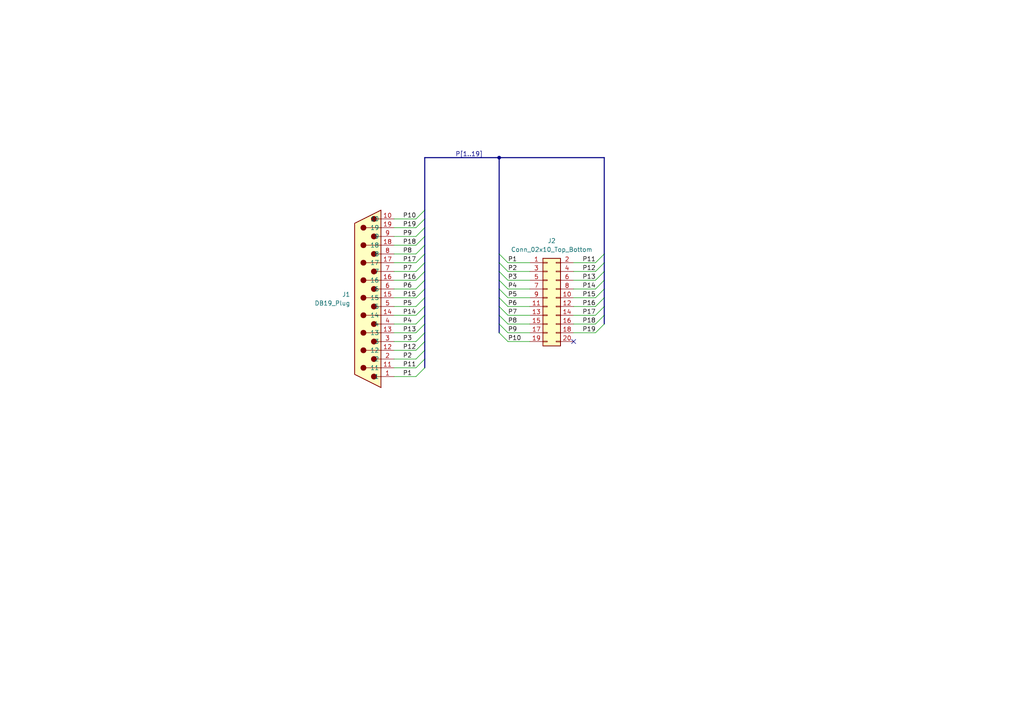
<source format=kicad_sch>
(kicad_sch (version 20231120) (generator "eeschema") (generator_version "8.0")
  (paper "A4")
  (title_block (title "DSUB19 Adapter") (date "2024-08-30") (rev "1.0") (company "Patrick Dähne CC BY-NC-SA 4.0"))
  (lib_symbols
    (symbol "Atari_ST:DB19"
      (property "Reference" "J" (at -0.254 26.162 0))
      (property "Value" "DB19_Plug" (at 0.254 -28.194 0))
      (symbol "DB19_0_1"
        (circle (center -1.778 -22.86) (radius 0.762) (fill (type outline)))
        (circle (center -1.778 -17.78) (radius 0.762) (fill (type outline)))
        (circle (center -1.778 -12.7) (radius 0.762) (fill (type outline)))
        (circle (center -1.778 -7.62) (radius 0.762) (fill (type outline)))
        (circle (center -1.778 -2.54) (radius 0.762) (fill (type outline)))
        (circle (center -1.778 2.54) (radius 0.762) (fill (type outline)))
        (circle (center -1.778 7.62) (radius 0.762) (fill (type outline)))
        (circle (center -1.778 12.7) (radius 0.762) (fill (type outline)))
        (circle (center -1.778 17.78) (radius 0.762) (fill (type outline)))
        (circle (center -1.778 22.86) (radius 0.762) (fill (type outline)))
        (polyline (pts (xy -3.81 -22.86) (xy -2.54 -22.86)))
        (polyline (pts (xy -3.81 -20.32) (xy 0.508 -20.32)))
        (polyline (pts (xy -3.81 -17.78) (xy -2.54 -17.78)))
        (polyline (pts (xy -3.81 -15.24) (xy 0.508 -15.24)))
        (polyline (pts (xy -3.81 -12.7) (xy -2.54 -12.7)))
        (polyline (pts (xy -3.81 -10.16) (xy 0.508 -10.16)))
        (polyline (pts (xy -3.81 -7.62) (xy -2.54 -7.62)))
        (polyline (pts (xy -3.81 -5.08) (xy 0.508 -5.08)))
        (polyline (pts (xy -3.81 -2.54) (xy -2.54 -2.54)))
        (polyline (pts (xy -3.81 0) (xy 0.508 0)))
        (polyline (pts (xy -3.81 2.54) (xy -2.54 2.54)))
        (polyline (pts (xy -3.81 5.08) (xy 0.508 5.08)))
        (polyline (pts (xy -3.81 7.62) (xy -2.54 7.62)))
        (polyline (pts (xy -3.81 10.16) (xy 0.508 10.16)))
        (polyline (pts (xy -3.81 12.7) (xy -2.54 12.7)))
        (polyline (pts (xy -3.81 15.24) (xy 0.508 15.24)))
        (polyline (pts (xy -3.81 17.78) (xy -2.54 17.78)))
        (polyline (pts (xy -3.81 20.32) (xy 0.508 20.32)))
        (polyline (pts (xy -3.81 22.86) (xy -2.54 22.86)))
        (polyline (pts (xy -3.81 -26.035) (xy -3.81 25.4) (xy 3.81 21.59) (xy 3.81 -22.225) (xy -3.81 -26.035)) (stroke (width 0.254)) (fill (type background)))
        (circle (center 1.27 -20.32) (radius 0.762) (fill (type outline)))
        (circle (center 1.27 -15.24) (radius 0.762) (fill (type outline)))
        (circle (center 1.27 -10.16) (radius 0.762) (fill (type outline)))
        (circle (center 1.27 -5.08) (radius 0.762) (fill (type outline)))
        (circle (center 1.27 0) (radius 0.762) (fill (type outline)))
        (circle (center 1.27 5.08) (radius 0.762) (fill (type outline)))
        (circle (center 1.27 10.16) (radius 0.762) (fill (type outline)))
        (circle (center 1.27 15.24) (radius 0.762) (fill (type outline)))
        (circle (center 1.27 20.32) (radius 0.762) (fill (type outline)))
      )
      (symbol "DB19_1_1"
        (pin passive line (at -7.62 -22.86 0) (length 3.81) (name "1") (number "1"))
        (pin passive line (at -7.62 22.86 0) (length 3.81) (name "10") (number "10"))
        (pin passive line (at -7.62 -20.32 0) (length 3.81) (name "11") (number "11"))
        (pin passive line (at -7.62 -15.24 0) (length 3.81) (name "12") (number "12"))
        (pin passive line (at -7.62 -10.16 0) (length 3.81) (name "13") (number "13"))
        (pin passive line (at -7.62 -5.08 0) (length 3.81) (name "14") (number "14"))
        (pin passive line (at -7.62 0 0) (length 3.81) (name "15") (number "15"))
        (pin passive line (at -7.62 5.08 0) (length 3.81) (name "16") (number "16"))
        (pin passive line (at -7.62 10.16 0) (length 3.81) (name "17") (number "17"))
        (pin passive line (at -7.62 15.24 0) (length 3.81) (name "18") (number "18"))
        (pin passive line (at -7.62 20.32 0) (length 3.81) (name "19") (number "19"))
        (pin passive line (at -7.62 -17.78 0) (length 3.81) (name "2") (number "2"))
        (pin passive line (at -7.62 -12.7 0) (length 3.81) (name "3") (number "3"))
        (pin passive line (at -7.62 -7.62 0) (length 3.81) (name "4") (number "4"))
        (pin passive line (at -7.62 -2.54 0) (length 3.81) (name "5") (number "5"))
        (pin passive line (at -7.62 2.54 0) (length 3.81) (name "6") (number "6"))
        (pin passive line (at -7.62 7.62 0) (length 3.81) (name "7") (number "7"))
        (pin passive line (at -7.62 12.7 0) (length 3.81) (name "8") (number "8"))
        (pin passive line (at -7.62 17.78 0) (length 3.81) (name "9") (number "9"))
      )
    )
    (symbol "Connector_Generic:Conn_02x10_Odd_Even" (pin_names (offset 1.016) hide)
      (property "Reference" "J" (at 1.27 12.7 0))
      (property "Value" "Conn_02x10_Odd_Even" (at 1.27 -15.24 0))
      (symbol "Conn_02x10_Odd_Even_1_1"
        (rectangle (start -1.27 -12.573) (end 0 -12.827) (stroke (width 0.1524)))
        (rectangle (start -1.27 -10.033) (end 0 -10.287) (stroke (width 0.1524)))
        (rectangle (start -1.27 -7.493) (end 0 -7.747) (stroke (width 0.1524)))
        (rectangle (start -1.27 -4.953) (end 0 -5.207) (stroke (width 0.1524)))
        (rectangle (start -1.27 -2.413) (end 0 -2.667) (stroke (width 0.1524)))
        (rectangle (start -1.27 0.127) (end 0 -0.127) (stroke (width 0.1524)))
        (rectangle (start -1.27 2.667) (end 0 2.413) (stroke (width 0.1524)))
        (rectangle (start -1.27 5.207) (end 0 4.953) (stroke (width 0.1524)))
        (rectangle (start -1.27 7.747) (end 0 7.493) (stroke (width 0.1524)))
        (rectangle (start -1.27 10.287) (end 0 10.033) (stroke (width 0.1524)))
        (rectangle (start -1.27 11.43) (end 3.81 -13.97) (stroke (width 0.254)) (fill (type background)))
        (rectangle (start 3.81 -12.573) (end 2.54 -12.827) (stroke (width 0.1524)))
        (rectangle (start 3.81 -10.033) (end 2.54 -10.287) (stroke (width 0.1524)))
        (rectangle (start 3.81 -7.493) (end 2.54 -7.747) (stroke (width 0.1524)))
        (rectangle (start 3.81 -4.953) (end 2.54 -5.207) (stroke (width 0.1524)))
        (rectangle (start 3.81 -2.413) (end 2.54 -2.667) (stroke (width 0.1524)))
        (rectangle (start 3.81 0.127) (end 2.54 -0.127) (stroke (width 0.1524)))
        (rectangle (start 3.81 2.667) (end 2.54 2.413) (stroke (width 0.1524)))
        (rectangle (start 3.81 5.207) (end 2.54 4.953) (stroke (width 0.1524)))
        (rectangle (start 3.81 7.747) (end 2.54 7.493) (stroke (width 0.1524)))
        (rectangle (start 3.81 10.287) (end 2.54 10.033) (stroke (width 0.1524)))
        (pin passive line (at -5.08 10.16 0) (length 3.81) (name "Pin_1") (number "1"))
        (pin passive line (at 7.62 0 180) (length 3.81) (name "Pin_10") (number "10"))
        (pin passive line (at -5.08 -2.54 0) (length 3.81) (name "Pin_11") (number "11"))
        (pin passive line (at 7.62 -2.54 180) (length 3.81) (name "Pin_12") (number "12"))
        (pin passive line (at -5.08 -5.08 0) (length 3.81) (name "Pin_13") (number "13"))
        (pin passive line (at 7.62 -5.08 180) (length 3.81) (name "Pin_14") (number "14"))
        (pin passive line (at -5.08 -7.62 0) (length 3.81) (name "Pin_15") (number "15"))
        (pin passive line (at 7.62 -7.62 180) (length 3.81) (name "Pin_16") (number "16"))
        (pin passive line (at -5.08 -10.16 0) (length 3.81) (name "Pin_17") (number "17"))
        (pin passive line (at 7.62 -10.16 180) (length 3.81) (name "Pin_18") (number "18"))
        (pin passive line (at -5.08 -12.7 0) (length 3.81) (name "Pin_19") (number "19"))
        (pin passive line (at 7.62 10.16 180) (length 3.81) (name "Pin_2") (number "2"))
        (pin passive line (at 7.62 -12.7 180) (length 3.81) (name "Pin_20") (number "20"))
        (pin passive line (at -5.08 7.62 0) (length 3.81) (name "Pin_3") (number "3"))
        (pin passive line (at 7.62 7.62 180) (length 3.81) (name "Pin_4") (number "4"))
        (pin passive line (at -5.08 5.08 0) (length 3.81) (name "Pin_5") (number "5"))
        (pin passive line (at 7.62 5.08 180) (length 3.81) (name "Pin_6") (number "6"))
        (pin passive line (at -5.08 2.54 0) (length 3.81) (name "Pin_7") (number "7"))
        (pin passive line (at 7.62 2.54 180) (length 3.81) (name "Pin_8") (number "8"))
        (pin passive line (at -5.08 0 0) (length 3.81) (name "Pin_9") (number "9"))
      )
    )
  )
  (junction (at 144.78 45.72))
  (no_connect (at 166.37 99.06))
  (bus_entry (at 147.32 88.9) (size -2.54 -2.54))
  (bus_entry (at 120.65 109.22) (size 2.54 -2.54))
  (bus_entry (at 120.65 91.44) (size 2.54 -2.54))
  (bus_entry (at 172.72 81.28) (size 2.54 -2.54))
  (bus_entry (at 147.32 83.82) (size -2.54 -2.54))
  (bus_entry (at 147.32 91.44) (size -2.54 -2.54))
  (bus_entry (at 147.32 86.36) (size -2.54 -2.54))
  (bus_entry (at 172.72 96.52) (size 2.54 -2.54))
  (bus_entry (at 147.32 81.28) (size -2.54 -2.54))
  (bus_entry (at 172.72 83.82) (size 2.54 -2.54))
  (bus_entry (at 120.65 93.98) (size 2.54 -2.54))
  (bus_entry (at 120.65 76.2) (size 2.54 -2.54))
  (bus_entry (at 120.65 73.66) (size 2.54 -2.54))
  (bus_entry (at 120.65 99.06) (size 2.54 -2.54))
  (bus_entry (at 120.65 81.28) (size 2.54 -2.54))
  (bus_entry (at 172.72 86.36) (size 2.54 -2.54))
  (bus_entry (at 120.65 106.68) (size 2.54 -2.54))
  (bus_entry (at 120.65 104.14) (size 2.54 -2.54))
  (bus_entry (at 120.65 101.6) (size 2.54 -2.54))
  (bus_entry (at 120.65 63.5) (size 2.54 -2.54))
  (bus_entry (at 147.32 76.2) (size -2.54 -2.54))
  (bus_entry (at 147.32 99.06) (size -2.54 -2.54))
  (bus_entry (at 147.32 78.74) (size -2.54 -2.54))
  (bus_entry (at 172.72 88.9) (size 2.54 -2.54))
  (bus_entry (at 120.65 66.04) (size 2.54 -2.54))
  (bus_entry (at 147.32 96.52) (size -2.54 -2.54))
  (bus_entry (at 120.65 68.58) (size 2.54 -2.54))
  (bus_entry (at 120.65 78.74) (size 2.54 -2.54))
  (bus_entry (at 120.65 71.12) (size 2.54 -2.54))
  (bus_entry (at 172.72 93.98) (size 2.54 -2.54))
  (bus_entry (at 172.72 91.44) (size 2.54 -2.54))
  (bus_entry (at 172.72 78.74) (size 2.54 -2.54))
  (bus_entry (at 120.65 88.9) (size 2.54 -2.54))
  (bus_entry (at 120.65 96.52) (size 2.54 -2.54))
  (bus_entry (at 120.65 86.36) (size 2.54 -2.54))
  (bus_entry (at 172.72 76.2) (size 2.54 -2.54))
  (bus_entry (at 120.65 83.82) (size 2.54 -2.54))
  (bus_entry (at 147.32 93.98) (size -2.54 -2.54))
  (wire (pts (xy 153.67 78.74) (xy 147.32 78.74)))
  (bus (pts (xy 123.19 86.36) (xy 123.19 83.82)))
  (bus (pts (xy 123.19 45.72) (xy 144.78 45.72)))
  (wire (pts (xy 166.37 96.52) (xy 172.72 96.52)))
  (wire (pts (xy 114.3 63.5) (xy 120.65 63.5)))
  (wire (pts (xy 114.3 104.14) (xy 120.65 104.14)))
  (bus (pts (xy 123.19 106.68) (xy 123.19 104.14)))
  (wire (pts (xy 153.67 99.06) (xy 147.32 99.06)))
  (bus (pts (xy 175.26 81.28) (xy 175.26 83.82)))
  (bus (pts (xy 144.78 78.74) (xy 144.78 76.2)))
  (bus (pts (xy 123.19 91.44) (xy 123.19 88.9)))
  (bus (pts (xy 144.78 81.28) (xy 144.78 78.74)))
  (wire (pts (xy 166.37 78.74) (xy 172.72 78.74)))
  (bus (pts (xy 144.78 73.66) (xy 144.78 45.72)))
  (wire (pts (xy 114.3 86.36) (xy 120.65 86.36)))
  (bus (pts (xy 123.19 96.52) (xy 123.19 93.98)))
  (bus (pts (xy 175.26 45.72) (xy 175.26 73.66)))
  (wire (pts (xy 114.3 78.74) (xy 120.65 78.74)))
  (bus (pts (xy 144.78 96.52) (xy 144.78 93.98)))
  (wire (pts (xy 114.3 81.28) (xy 120.65 81.28)))
  (bus (pts (xy 144.78 83.82) (xy 144.78 81.28)))
  (bus (pts (xy 123.19 68.58) (xy 123.19 66.04)))
  (bus (pts (xy 123.19 71.12) (xy 123.19 68.58)))
  (bus (pts (xy 123.19 99.06) (xy 123.19 96.52)))
  (bus (pts (xy 123.19 104.14) (xy 123.19 101.6)))
  (bus (pts (xy 144.78 91.44) (xy 144.78 88.9)))
  (wire (pts (xy 114.3 109.22) (xy 120.65 109.22)))
  (wire (pts (xy 166.37 93.98) (xy 172.72 93.98)))
  (wire (pts (xy 114.3 91.44) (xy 120.65 91.44)))
  (bus (pts (xy 175.26 83.82) (xy 175.26 86.36)))
  (wire (pts (xy 114.3 71.12) (xy 120.65 71.12)))
  (wire (pts (xy 166.37 83.82) (xy 172.72 83.82)))
  (bus (pts (xy 144.78 86.36) (xy 144.78 83.82)))
  (wire (pts (xy 114.3 101.6) (xy 120.65 101.6)))
  (bus (pts (xy 123.19 66.04) (xy 123.19 63.5)))
  (bus (pts (xy 123.19 73.66) (xy 123.19 71.12)))
  (wire (pts (xy 114.3 68.58) (xy 120.65 68.58)))
  (wire (pts (xy 114.3 73.66) (xy 120.65 73.66)))
  (bus (pts (xy 144.78 76.2) (xy 144.78 73.66)))
  (wire (pts (xy 153.67 81.28) (xy 147.32 81.28)))
  (wire (pts (xy 166.37 88.9) (xy 172.72 88.9)))
  (bus (pts (xy 175.26 91.44) (xy 175.26 93.98)))
  (bus (pts (xy 123.19 93.98) (xy 123.19 91.44)))
  (wire (pts (xy 153.67 93.98) (xy 147.32 93.98)))
  (wire (pts (xy 153.67 88.9) (xy 147.32 88.9)))
  (bus (pts (xy 175.26 78.74) (xy 175.26 81.28)))
  (bus (pts (xy 123.19 60.96) (xy 123.19 45.72)))
  (bus (pts (xy 123.19 88.9) (xy 123.19 86.36)))
  (bus (pts (xy 123.19 101.6) (xy 123.19 99.06)))
  (bus (pts (xy 123.19 83.82) (xy 123.19 81.28)))
  (wire (pts (xy 114.3 93.98) (xy 120.65 93.98)))
  (wire (pts (xy 114.3 99.06) (xy 120.65 99.06)))
  (wire (pts (xy 153.67 86.36) (xy 147.32 86.36)))
  (wire (pts (xy 114.3 106.68) (xy 120.65 106.68)))
  (bus (pts (xy 123.19 78.74) (xy 123.19 76.2)))
  (bus (pts (xy 123.19 81.28) (xy 123.19 78.74)))
  (bus (pts (xy 123.19 63.5) (xy 123.19 60.96)))
  (wire (pts (xy 153.67 96.52) (xy 147.32 96.52)))
  (wire (pts (xy 166.37 76.2) (xy 172.72 76.2)))
  (bus (pts (xy 123.19 76.2) (xy 123.19 73.66)))
  (wire (pts (xy 153.67 76.2) (xy 147.32 76.2)))
  (bus (pts (xy 175.26 76.2) (xy 175.26 78.74)))
  (wire (pts (xy 166.37 86.36) (xy 172.72 86.36)))
  (bus (pts (xy 175.26 88.9) (xy 175.26 91.44)))
  (wire (pts (xy 166.37 91.44) (xy 172.72 91.44)))
  (wire (pts (xy 114.3 96.52) (xy 120.65 96.52)))
  (bus (pts (xy 175.26 86.36) (xy 175.26 88.9)))
  (wire (pts (xy 114.3 83.82) (xy 120.65 83.82)))
  (wire (pts (xy 153.67 83.82) (xy 147.32 83.82)))
  (wire (pts (xy 166.37 81.28) (xy 172.72 81.28)))
  (wire (pts (xy 114.3 66.04) (xy 120.65 66.04)))
  (bus (pts (xy 144.78 93.98) (xy 144.78 91.44)))
  (wire (pts (xy 153.67 91.44) (xy 147.32 91.44)))
  (wire (pts (xy 114.3 76.2) (xy 120.65 76.2)))
  (wire (pts (xy 114.3 88.9) (xy 120.65 88.9)))
  (bus (pts (xy 144.78 45.72) (xy 175.26 45.72)))
  (bus (pts (xy 144.78 88.9) (xy 144.78 86.36)))
  (bus (pts (xy 175.26 73.66) (xy 175.26 76.2)))
  (label "P7" (at 116.84 78.74 0))
  (label "P16" (at 116.84 81.28 0))
  (label "P19" (at 116.84 66.04 0))
  (label "P6" (at 116.84 83.82 0))
  (label "P5" (at 147.32 86.36 0))
  (label "P17" (at 116.84 76.2 0))
  (label "P15" (at 168.91 86.36 0))
  (label "P12" (at 116.84 101.6 0))
  (label "P4" (at 116.84 93.98 0))
  (label "P1" (at 147.32 76.2 0))
  (label "P18" (at 168.91 93.98 0))
  (label "P18" (at 116.84 71.12 0))
  (label "P8" (at 116.84 73.66 0))
  (label "P10" (at 147.32 99.06 0))
  (label "P9" (at 147.32 96.52 0))
  (label "P12" (at 168.91 78.74 0))
  (label "P7" (at 147.32 91.44 0))
  (label "P19" (at 168.91 96.52 0))
  (label "P14" (at 168.91 83.82 0))
  (label "P16" (at 168.91 88.9 0))
  (label "P8" (at 147.32 93.98 0))
  (label "P5" (at 116.84 88.9 0))
  (label "P9" (at 116.84 68.58 0))
  (label "P13" (at 116.84 96.52 0))
  (label "P17" (at 168.91 91.44 0))
  (label "P6" (at 147.32 88.9 0))
  (label "P2" (at 147.32 78.74 0))
  (label "P2" (at 116.84 104.14 0))
  (label "P3" (at 116.84 99.06 0))
  (label "P11" (at 116.84 106.68 0))
  (label "P[1..19]" (at 132.08 45.72 0))
  (label "P1" (at 116.84 109.22 0))
  (label "P13" (at 168.91 81.28 0))
  (label "P15" (at 116.84 86.36 0))
  (label "P11" (at 168.91 76.2 0))
  (label "P10" (at 116.84 63.5 0))
  (label "P14" (at 116.84 91.44 0))
  (label "P3" (at 147.32 81.28 0))
  (label "P4" (at 147.32 83.82 0))
  (symbol (lib_id "Atari_ST:DB19") (at 106.68 86.36 0) (mirror y) (unit 1)
    (property "Reference" "J1" (at 101.6 85.4074 0) (effects (justify left)))
    (property "Value" "DB19_Plug" (at 101.6 87.9474 0) (effects (justify left)))
    (property "Footprint" "Atari_ST:DB19" (effects (hide yes)))
    (property "Description" "19-pin male plug pin D-SUB connector" (effects (hide yes)))
  )
  (symbol (lib_id "Connector_Generic:Conn_02x10_Odd_Even") (at 158.75 86.36 0) (unit 1)
    (property "Reference" "J2" (at 160.02 69.85 0))
    (property "Value" "Conn_02x10_Top_Bottom" (at 160.02 72.39 0))
    (property "Footprint" "Connector_IDC:IDC-Header_2x10_P2.54mm_Vertical" (effects (hide yes)))
    (property "Description" "Generic connector, double row, 02x10, odd/even pin numbering scheme (row 1 odd numbers, row 2 even numbers), script generated (kicad-library-utils/schlib/autogen/connector/)" (effects (hide yes)))
  )
)
</source>
